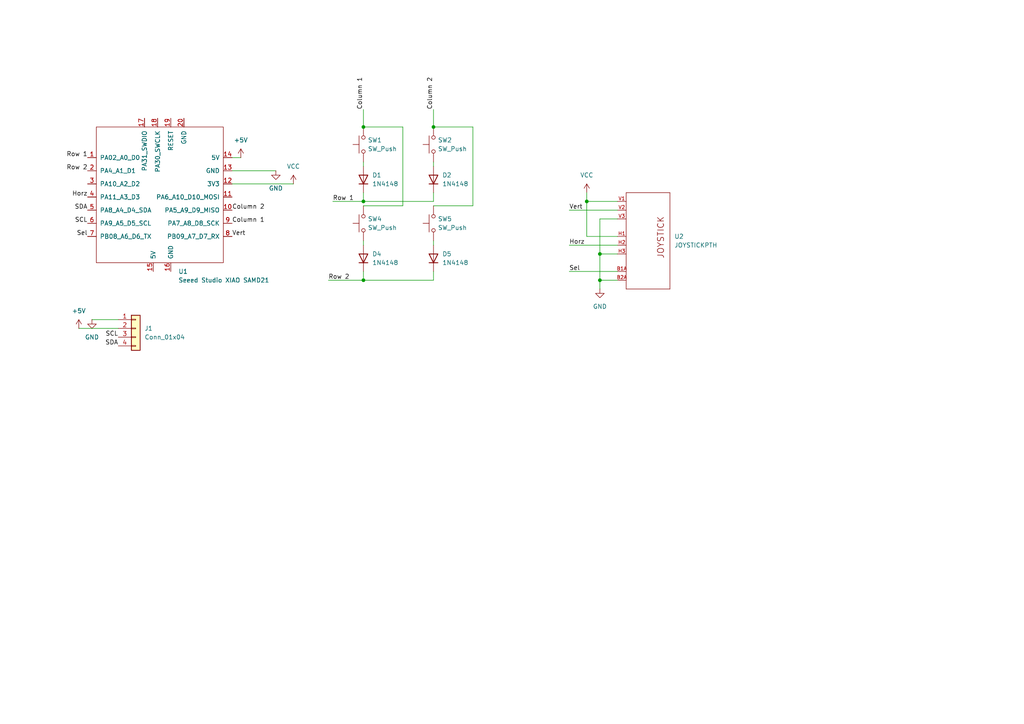
<source format=kicad_sch>
(kicad_sch (version 20231120) (generator "eeschema") (generator_version "8.0")
  (paper "A4")
  (lib_symbols
    (symbol "Connector_Generic:Conn_01x04" (pin_names (offset 1.016) hide)
      (property "Reference" "J" (at 0 5.08 0))
      (property "Value" "Conn_01x04" (at 0 -7.62 0))
      (symbol "Conn_01x04_1_1"
        (rectangle (start -1.27 -4.953) (end 0 -5.207) (stroke (width 0.1524)))
        (rectangle (start -1.27 -2.413) (end 0 -2.667) (stroke (width 0.1524)))
        (rectangle (start -1.27 0.127) (end 0 -0.127) (stroke (width 0.1524)))
        (rectangle (start -1.27 2.667) (end 0 2.413) (stroke (width 0.1524)))
        (rectangle (start -1.27 3.81) (end 1.27 -6.35) (stroke (width 0.254)) (fill (type background)))
        (pin passive line (at -5.08 2.54 0) (length 3.81) (name "Pin_1") (number "1"))
        (pin passive line (at -5.08 0 0) (length 3.81) (name "Pin_2") (number "2"))
        (pin passive line (at -5.08 -2.54 0) (length 3.81) (name "Pin_3") (number "3"))
        (pin passive line (at -5.08 -5.08 0) (length 3.81) (name "Pin_4") (number "4"))
      )
    )
    (symbol "Diode:1N4148" (pin_numbers hide) (pin_names hide)
      (property "Reference" "D" (at 0 2.54 0))
      (property "Value" "1N4148" (at 0 -2.54 0))
      (symbol "1N4148_0_1"
        (polyline (pts (xy -1.27 1.27) (xy -1.27 -1.27)) (stroke (width 0.254)))
        (polyline (pts (xy 1.27 0) (xy -1.27 0)))
        (polyline (pts (xy 1.27 1.27) (xy 1.27 -1.27) (xy -1.27 0) (xy 1.27 1.27)) (stroke (width 0.254)))
      )
      (symbol "1N4148_1_1"
        (pin passive line (at -3.81 0 0) (length 2.54) (name "K") (number "1"))
        (pin passive line (at 3.81 0 180) (length 2.54) (name "A") (number "2"))
      )
    )
    (symbol "Seeed_Studio_XIAO_Series:Seeed Studio XIAO SAMD21" (pin_names (offset 1.016))
      (property "Reference" "U" (at -19.05 22.86 0))
      (property "Value" "Seeed Studio XIAO SAMD21" (at -12.7 21.59 0))
      (symbol "Seeed Studio XIAO SAMD21_0_1"
        (rectangle (start -19.05 20.32) (end 17.78 -19.05))
      )
      (symbol "Seeed Studio XIAO SAMD21_1_1"
        (pin unspecified line (at -21.59 11.43 0) (length 2.54) (name "PA02_A0_D0") (number "1"))
        (pin unspecified line (at 20.32 -3.81 180) (length 2.54) (name "PA5_A9_D9_MISO") (number "10"))
        (pin unspecified line (at 20.32 0 180) (length 2.54) (name "PA6_A10_D10_MOSI") (number "11"))
        (pin unspecified line (at 20.32 3.81 180) (length 2.54) (name "3V3") (number "12"))
        (pin unspecified line (at 20.32 7.62 180) (length 2.54) (name "GND") (number "13"))
        (pin unspecified line (at 20.32 11.43 180) (length 2.54) (name "5V") (number "14"))
        (pin input line (at -2.54 -21.59 90) (length 2.54) (name "5V") (number "15"))
        (pin input line (at 2.54 -21.59 90) (length 2.54) (name "GND") (number "16"))
        (pin input line (at -5.08 22.86 270) (length 2.54) (name "PA31_SWDIO") (number "17"))
        (pin input line (at -1.27 22.86 270) (length 2.54) (name "PA30_SWCLK") (number "18"))
        (pin input line (at 2.54 22.86 270) (length 2.54) (name "RESET") (number "19"))
        (pin unspecified line (at -21.59 7.62 0) (length 2.54) (name "PA4_A1_D1") (number "2"))
        (pin input line (at 6.35 22.86 270) (length 2.54) (name "GND") (number "20"))
        (pin unspecified line (at -21.59 3.81 0) (length 2.54) (name "PA10_A2_D2") (number "3"))
        (pin unspecified line (at -21.59 0 0) (length 2.54) (name "PA11_A3_D3") (number "4"))
        (pin unspecified line (at -21.59 -3.81 0) (length 2.54) (name "PA8_A4_D4_SDA") (number "5"))
        (pin unspecified line (at -21.59 -7.62 0) (length 2.54) (name "PA9_A5_D5_SCL") (number "6"))
        (pin unspecified line (at -21.59 -11.43 0) (length 2.54) (name "PB08_A6_D6_TX") (number "7"))
        (pin unspecified line (at 20.32 -11.43 180) (length 2.54) (name "PB09_A7_D7_RX") (number "8"))
        (pin unspecified line (at 20.32 -7.62 180) (length 2.54) (name "PA7_A8_D8_SCK") (number "9"))
      )
    )
    (symbol "SparkFun-Electromechanical:JOYSTICKPTH" (pin_names (offset 1.016) hide)
      (property "Reference" "U" (at -7.62 13.462 0))
      (property "Value" "JOYSTICKPTH" (at -7.62 -17.78 0))
      (symbol "JOYSTICKPTH_1_0"
        (polyline (pts (xy -7.62 -15.24) (xy -7.62 12.7)))
        (polyline (pts (xy -7.62 12.7) (xy 5.08 12.7)))
        (polyline (pts (xy 5.08 -15.24) (xy -7.62 -15.24)))
        (polyline (pts (xy 5.08 12.7) (xy 5.08 -15.24)))
        (text "JOYSTICK" (at 2.413 -0.254 900) (effects (font (size 1.778 1.778))))
      )
      (symbol "JOYSTICKPTH_1_1"
        (pin bidirectional line (at -10.16 -10.16 0) (length 2.54) (name "SEL+") (number "B1A"))
        (pin bidirectional line (at -10.16 -12.7 0) (length 2.54) (name "SEL-") (number "B2A"))
        (pin bidirectional line (at -10.16 0 0) (length 2.54) (name "H+") (number "H1"))
        (pin bidirectional line (at -10.16 -2.54 0) (length 2.54) (name "H") (number "H2"))
        (pin bidirectional line (at -10.16 -5.08 0) (length 2.54) (name "H-") (number "H3"))
        (pin bidirectional line (at -10.16 10.16 0) (length 2.54) (name "V+") (number "V1"))
        (pin bidirectional line (at -10.16 7.62 0) (length 2.54) (name "V") (number "V2"))
        (pin bidirectional line (at -10.16 5.08 0) (length 2.54) (name "V-") (number "V3"))
      )
    )
    (symbol "Switch:SW_Push" (pin_numbers hide) (pin_names (offset 1.016) hide)
      (property "Reference" "SW" (at 1.27 2.54 0))
      (property "Value" "SW_Push" (at 0 -1.524 0))
      (symbol "SW_Push_0_1"
        (circle (center -2.032 0) (radius 0.508))
        (polyline (pts (xy 0 1.27) (xy 0 3.048)))
        (polyline (pts (xy 2.54 1.27) (xy -2.54 1.27)))
        (circle (center 2.032 0) (radius 0.508))
        (pin passive line (at -5.08 0 0) (length 2.54) (name "1") (number "1"))
        (pin passive line (at 5.08 0 180) (length 2.54) (name "2") (number "2"))
      )
    )
    (symbol "power:+5V" (power) (pin_numbers hide) (pin_names (offset 0) hide)
      (property "Value" "+5V" (at 0 3.556 0))
      (symbol "+5V_0_1"
        (polyline (pts (xy -0.762 1.27) (xy 0 2.54)))
        (polyline (pts (xy 0 0) (xy 0 2.54)))
        (polyline (pts (xy 0 2.54) (xy 0.762 1.27)))
      )
      (symbol "+5V_1_1"
        (pin power_in line (at 0 0 90) (length 0) (name "~") (number "1"))
      )
    )
    (symbol "power:GND" (power) (pin_numbers hide) (pin_names (offset 0) hide)
      (property "Value" "GND" (at 0 -3.81 0))
      (symbol "GND_0_1"
        (polyline (pts (xy 0 0) (xy 0 -1.27) (xy 1.27 -1.27) (xy 0 -2.54) (xy -1.27 -1.27) (xy 0 -1.27)))
      )
      (symbol "GND_1_1"
        (pin power_in line (at 0 0 270) (length 0) (name "~") (number "1"))
      )
    )
    (symbol "power:VCC" (power) (pin_numbers hide) (pin_names (offset 0) hide)
      (property "Value" "VCC" (at 0 3.556 0))
      (symbol "VCC_0_1"
        (polyline (pts (xy -0.762 1.27) (xy 0 2.54)))
        (polyline (pts (xy 0 0) (xy 0 2.54)))
        (polyline (pts (xy 0 2.54) (xy 0.762 1.27)))
      )
      (symbol "VCC_1_1"
        (pin power_in line (at 0 0 90) (length 0) (name "~") (number "1"))
      )
    )
  )
  (junction (at 173.99 73.66))
  (junction (at 170.18 58.42))
  (junction (at 105.41 81.28))
  (junction (at 105.41 36.83))
  (junction (at 125.73 36.83))
  (junction (at 105.41 58.42))
  (junction (at 173.99 81.28))
  (wire (pts (xy 22.86 95.25) (xy 34.29 95.25)))
  (wire (pts (xy 105.41 46.99) (xy 105.41 48.26)))
  (wire (pts (xy 105.41 81.28) (xy 105.41 78.74)))
  (wire (pts (xy 125.73 71.12) (xy 125.73 69.85)))
  (wire (pts (xy 173.99 63.5) (xy 173.99 73.66)))
  (wire (pts (xy 125.73 31.75) (xy 125.73 36.83)))
  (wire (pts (xy 105.41 58.42) (xy 105.41 55.88)))
  (wire (pts (xy 165.1 60.96) (xy 179.07 60.96)))
  (wire (pts (xy 105.41 31.75) (xy 105.41 36.83)))
  (wire (pts (xy 69.85 45.72) (xy 67.31 45.72)))
  (wire (pts (xy 96.52 58.42) (xy 105.41 58.42)))
  (wire (pts (xy 116.84 59.69) (xy 116.84 36.83)))
  (wire (pts (xy 125.73 59.69) (xy 137.16 59.69)))
  (wire (pts (xy 137.16 36.83) (xy 125.73 36.83)))
  (wire (pts (xy 125.73 46.99) (xy 125.73 48.26)))
  (wire (pts (xy 179.07 63.5) (xy 173.99 63.5)))
  (wire (pts (xy 173.99 83.82) (xy 173.99 81.28)))
  (wire (pts (xy 105.41 71.12) (xy 105.41 69.85)))
  (wire (pts (xy 125.73 81.28) (xy 125.73 78.74)))
  (wire (pts (xy 165.1 71.12) (xy 179.07 71.12)))
  (wire (pts (xy 105.41 59.69) (xy 116.84 59.69)))
  (wire (pts (xy 116.84 36.83) (xy 105.41 36.83)))
  (wire (pts (xy 105.41 81.28) (xy 125.73 81.28)))
  (wire (pts (xy 165.1 78.74) (xy 179.07 78.74)))
  (wire (pts (xy 105.41 58.42) (xy 125.73 58.42)))
  (wire (pts (xy 170.18 58.42) (xy 170.18 55.88)))
  (wire (pts (xy 170.18 58.42) (xy 170.18 68.58)))
  (wire (pts (xy 173.99 81.28) (xy 179.07 81.28)))
  (wire (pts (xy 137.16 59.69) (xy 137.16 36.83)))
  (wire (pts (xy 26.67 92.71) (xy 34.29 92.71)))
  (wire (pts (xy 67.31 53.34) (xy 85.09 53.34)))
  (wire (pts (xy 125.73 58.42) (xy 125.73 55.88)))
  (wire (pts (xy 179.07 68.58) (xy 170.18 68.58)))
  (wire (pts (xy 67.31 49.53) (xy 80.01 49.53)))
  (wire (pts (xy 173.99 81.28) (xy 173.99 73.66)))
  (wire (pts (xy 173.99 73.66) (xy 179.07 73.66)))
  (wire (pts (xy 179.07 58.42) (xy 170.18 58.42)))
  (wire (pts (xy 95.25 81.28) (xy 105.41 81.28)))
  (label "Column 1" (at 105.41 31.75 90))
  (label "SCL" (at 34.29 97.79 180))
  (label "Vert" (at 67.31 68.58 0))
  (label "Sel" (at 25.4 68.58 180))
  (label "Row 1" (at 25.4 45.72 180))
  (label "SDA" (at 25.4 60.96 180))
  (label "Row 2" (at 25.4 49.53 180))
  (label "Column 1" (at 67.31 64.77 0))
  (label "Row 2" (at 95.25 81.28 0))
  (label "SCL" (at 25.4 64.77 180))
  (label "Horz" (at 25.4 57.15 180))
  (label "SDA" (at 34.29 100.33 180))
  (label "Horz" (at 165.1 71.12 0))
  (label "Column 2" (at 67.31 60.96 0))
  (label "Column 2" (at 125.73 31.75 90))
  (label "Vert" (at 165.1 60.96 0))
  (label "Sel" (at 165.1 78.74 0))
  (label "Row 1" (at 96.52 58.42 0))
  (symbol (lib_id "Diode:1N4148") (at 125.73 52.07 90) (unit 1)
    (property "Reference" "D2" (at 128.27 50.7999 90) (effects (justify right)))
    (property "Value" "1N4148" (at 128.27 53.3399 90) (effects (justify right)))
    (property "Footprint" "Diode_THT:D_DO-35_SOD27_P7.62mm_Horizontal" (effects (hide yes)))
    (property "Datasheet" "https://assets.nexperia.com/documents/data-sheet/1N4148_1N4448.pdf" (effects (hide yes)))
    (property "Description" "100V 0.15A standard switching diode, DO-35" (effects (hide yes)))
    (property "Sim.Device" "D" (effects (hide yes)))
    (property "Sim.Pins" "1=K 2=A" (effects (hide yes)))
  )
  (symbol (lib_id "power:GND") (at 26.67 92.71 0) (unit 1)
    (property "Reference" "#PWR05" (effects (hide yes)))
    (property "Value" "GND" (at 26.67 97.79 0))
    (property "Description" "Power symbol creates a global label with name \"GND\" , ground" (effects (hide yes)))
  )
  (symbol (lib_id "Diode:1N4148") (at 105.41 74.93 90) (unit 1)
    (property "Reference" "D4" (at 107.95 73.6599 90) (effects (justify right)))
    (property "Value" "1N4148" (at 107.95 76.1999 90) (effects (justify right)))
    (property "Footprint" "Diode_THT:D_DO-35_SOD27_P7.62mm_Horizontal" (effects (hide yes)))
    (property "Datasheet" "https://assets.nexperia.com/documents/data-sheet/1N4148_1N4448.pdf" (effects (hide yes)))
    (property "Description" "100V 0.15A standard switching diode, DO-35" (effects (hide yes)))
    (property "Sim.Device" "D" (effects (hide yes)))
    (property "Sim.Pins" "1=K 2=A" (effects (hide yes)))
  )
  (symbol (lib_id "power:VCC") (at 170.18 55.88 0) (unit 1)
    (property "Reference" "#PWR03" (effects (hide yes)))
    (property "Value" "VCC" (at 170.18 50.8 0))
    (property "Description" "Power symbol creates a global label with name \"VCC\"" (effects (hide yes)))
  )
  (symbol (lib_id "power:GND") (at 173.99 83.82 0) (unit 1)
    (property "Reference" "#PWR04" (effects (hide yes)))
    (property "Value" "GND" (at 173.99 88.9 0))
    (property "Description" "Power symbol creates a global label with name \"GND\" , ground" (effects (hide yes)))
  )
  (symbol (lib_id "Connector_Generic:Conn_01x04") (at 39.37 95.25 0) (unit 1)
    (property "Reference" "J1" (at 41.91 95.2499 0) (effects (justify left)))
    (property "Value" "Conn_01x04" (at 41.91 97.7899 0) (effects (justify left)))
    (property "Footprint" "assets:SSD1306-0.91-OLED-4pin-128x32" (effects (hide yes)))
    (property "Description" "Generic connector, single row, 01x04, script generated (kicad-library-utils/schlib/autogen/connector/)" (effects (hide yes)))
  )
  (symbol (lib_id "Switch:SW_Push") (at 105.41 64.77 90) (unit 1)
    (property "Reference" "SW4" (at 106.68 63.4999 90) (effects (justify right)))
    (property "Value" "SW_Push" (at 106.68 66.0399 90) (effects (justify right)))
    (property "Footprint" "Button_Switch_Keyboard:SW_Cherry_MX_1.00u_PCB" (effects (hide yes)))
    (property "Description" "Push button switch, generic, two pins" (effects (hide yes)))
  )
  (symbol (lib_id "power:VCC") (at 85.09 53.34 0) (unit 1)
    (property "Reference" "#PWR07" (effects (hide yes)))
    (property "Value" "VCC" (at 85.09 48.26 0))
    (property "Description" "Power symbol creates a global label with name \"VCC\"" (effects (hide yes)))
  )
  (symbol (lib_id "power:GND") (at 80.01 49.53 0) (unit 1)
    (property "Reference" "#PWR01" (effects (hide yes)))
    (property "Value" "GND" (at 80.01 54.61 0))
    (property "Description" "Power symbol creates a global label with name \"GND\" , ground" (effects (hide yes)))
  )
  (symbol (lib_id "SparkFun-Electromechanical:JOYSTICKPTH") (at 189.23 68.58 0) (unit 1)
    (property "Reference" "U2" (at 195.58 68.5799 0) (effects (justify left)))
    (property "Value" "JOYSTICKPTH" (at 195.58 71.1199 0) (effects (justify left)))
    (property "Footprint" "assets:JOYSTICK" (effects (hide yes)))
  )
  (symbol (lib_id "Switch:SW_Push") (at 125.73 64.77 90) (unit 1)
    (property "Reference" "SW5" (at 127 63.4999 90) (effects (justify right)))
    (property "Value" "SW_Push" (at 127 66.0399 90) (effects (justify right)))
    (property "Footprint" "Button_Switch_Keyboard:SW_Cherry_MX_1.00u_PCB" (effects (hide yes)))
    (property "Description" "Push button switch, generic, two pins" (effects (hide yes)))
  )
  (symbol (lib_id "Seeed_Studio_XIAO_Series:Seeed Studio XIAO SAMD21") (at 46.99 57.15 0) (unit 1)
    (property "Reference" "U1" (at 51.7241 78.74 0) (effects (justify left)))
    (property "Value" "Seeed Studio XIAO SAMD21" (at 51.7241 81.28 0) (effects (justify left)))
    (property "Footprint" "Seeed Studio XIAO Series Library:XIAO-Generic-Thruhole-14P-2.54-21X17.8MM" (effects (hide yes)))
  )
  (symbol (lib_id "Diode:1N4148") (at 125.73 74.93 90) (unit 1)
    (property "Reference" "D5" (at 128.27 73.6599 90) (effects (justify right)))
    (property "Value" "1N4148" (at 128.27 76.1999 90) (effects (justify right)))
    (property "Footprint" "Diode_THT:D_DO-35_SOD27_P7.62mm_Horizontal" (effects (hide yes)))
    (property "Datasheet" "https://assets.nexperia.com/documents/data-sheet/1N4148_1N4448.pdf" (effects (hide yes)))
    (property "Description" "100V 0.15A standard switching diode, DO-35" (effects (hide yes)))
    (property "Sim.Device" "D" (effects (hide yes)))
    (property "Sim.Pins" "1=K 2=A" (effects (hide yes)))
  )
  (symbol (lib_id "power:+5V") (at 22.86 95.25 0) (unit 1)
    (property "Reference" "#PWR06" (effects (hide yes)))
    (property "Value" "+5V" (at 22.86 90.17 0))
    (property "Description" "Power symbol creates a global label with name \"+5V\"" (effects (hide yes)))
  )
  (symbol (lib_id "Switch:SW_Push") (at 105.41 41.91 90) (unit 1)
    (property "Reference" "SW1" (at 106.68 40.6399 90) (effects (justify right)))
    (property "Value" "SW_Push" (at 106.68 43.1799 90) (effects (justify right)))
    (property "Footprint" "Button_Switch_Keyboard:SW_Cherry_MX_1.00u_PCB" (effects (hide yes)))
    (property "Description" "Push button switch, generic, two pins" (effects (hide yes)))
  )
  (symbol (lib_id "Diode:1N4148") (at 105.41 52.07 90) (unit 1)
    (property "Reference" "D1" (at 107.95 50.7999 90) (effects (justify right)))
    (property "Value" "1N4148" (at 107.95 53.3399 90) (effects (justify right)))
    (property "Footprint" "Diode_THT:D_DO-35_SOD27_P7.62mm_Horizontal" (effects (hide yes)))
    (property "Datasheet" "https://assets.nexperia.com/documents/data-sheet/1N4148_1N4448.pdf" (effects (hide yes)))
    (property "Description" "100V 0.15A standard switching diode, DO-35" (effects (hide yes)))
    (property "Sim.Device" "D" (effects (hide yes)))
    (property "Sim.Pins" "1=K 2=A" (effects (hide yes)))
  )
  (symbol (lib_id "power:+5V") (at 69.85 45.72 0) (unit 1)
    (property "Reference" "#PWR08" (effects (hide yes)))
    (property "Value" "+5V" (at 69.85 40.64 0))
    (property "Description" "Power symbol creates a global label with name \"+5V\"" (effects (hide yes)))
  )
  (symbol (lib_id "Switch:SW_Push") (at 125.73 41.91 90) (unit 1)
    (property "Reference" "SW2" (at 127 40.6399 90) (effects (justify right)))
    (property "Value" "SW_Push" (at 127 43.1799 90) (effects (justify right)))
    (property "Footprint" "Button_Switch_Keyboard:SW_Cherry_MX_1.00u_PCB" (effects (hide yes)))
    (property "Description" "Push button switch, generic, two pins" (effects (hide yes)))
  )
)
</source>
